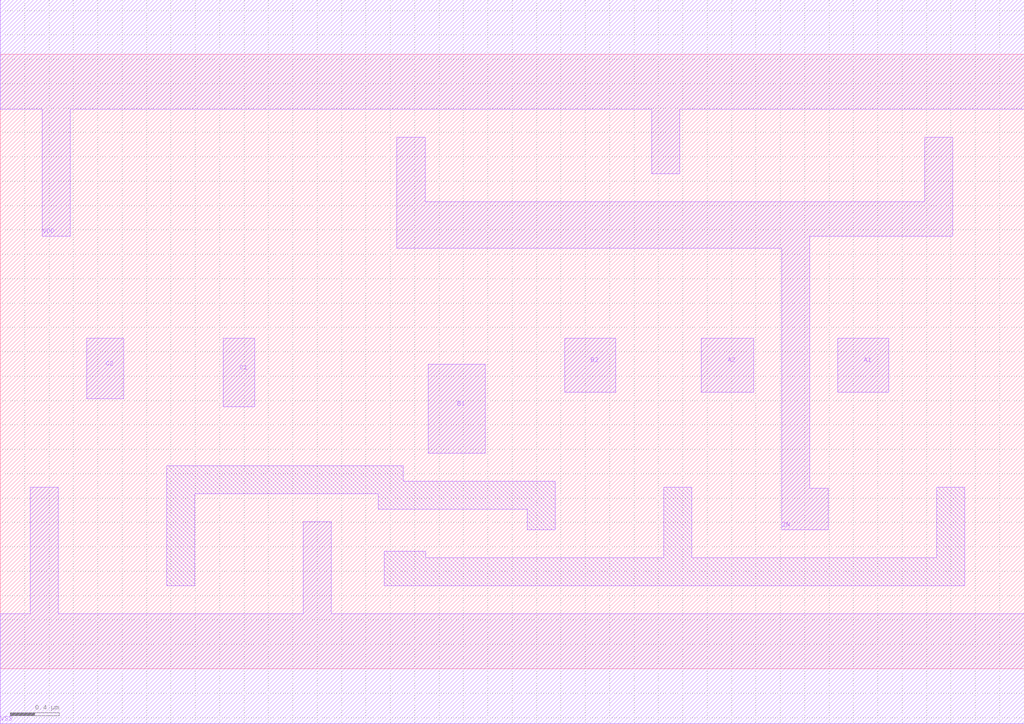
<source format=lef>
# Copyright 2022 GlobalFoundries PDK Authors
#
# Licensed under the Apache License, Version 2.0 (the "License");
# you may not use this file except in compliance with the License.
# You may obtain a copy of the License at
#
#      http://www.apache.org/licenses/LICENSE-2.0
#
# Unless required by applicable law or agreed to in writing, software
# distributed under the License is distributed on an "AS IS" BASIS,
# WITHOUT WARRANTIES OR CONDITIONS OF ANY KIND, either express or implied.
# See the License for the specific language governing permissions and
# limitations under the License.

MACRO gf180mcu_fd_sc_mcu9t5v0__oai222_1
  CLASS core ;
  FOREIGN gf180mcu_fd_sc_mcu9t5v0__oai222_1 0.0 0.0 ;
  ORIGIN 0 0 ;
  SYMMETRY X Y ;
  SITE GF018hv5v_green_sc9 ;
  SIZE 8.4 BY 5.04 ;
  PIN A1
    DIRECTION INPUT ;
    ANTENNAGATEAREA 1.707 ;
    PORT
      LAYER Metal1 ;
        POLYGON 6.87 2.27 7.29 2.27 7.29 2.71 6.87 2.71  ;
    END
  END A1
  PIN A2
    DIRECTION INPUT ;
    ANTENNAGATEAREA 1.707 ;
    PORT
      LAYER Metal1 ;
        POLYGON 5.75 2.27 6.18 2.27 6.18 2.71 5.75 2.71  ;
    END
  END A2
  PIN B1
    DIRECTION INPUT ;
    ANTENNAGATEAREA 1.707 ;
    PORT
      LAYER Metal1 ;
        POLYGON 3.51 1.77 3.98 1.77 3.98 2.5 3.51 2.5  ;
    END
  END B1
  PIN B2
    DIRECTION INPUT ;
    ANTENNAGATEAREA 1.707 ;
    PORT
      LAYER Metal1 ;
        POLYGON 4.63 2.27 5.05 2.27 5.05 2.71 4.63 2.71  ;
    END
  END B2
  PIN C1
    DIRECTION INPUT ;
    ANTENNAGATEAREA 1.707 ;
    PORT
      LAYER Metal1 ;
        POLYGON 1.83 2.15 2.09 2.15 2.09 2.71 1.83 2.71  ;
    END
  END C1
  PIN C2
    DIRECTION INPUT ;
    ANTENNAGATEAREA 1.707 ;
    PORT
      LAYER Metal1 ;
        POLYGON 0.71 2.215 1.015 2.215 1.015 2.71 0.71 2.71  ;
    END
  END C2
  PIN ZN
    DIRECTION OUTPUT ;
    ANTENNADIFFAREA 3.9438 ;
    PORT
      LAYER Metal1 ;
        POLYGON 6.64 3.55 7.815 3.55 7.815 4.36 7.585 4.36 7.585 3.83 4.555 3.83 3.485 3.83 3.485 4.36 3.255 4.36 3.255 3.45 4.555 3.45 6.41 3.45 6.41 1.14 6.795 1.14 6.795 1.48 6.64 1.48  ;
    END
  END ZN
  PIN VDD
    DIRECTION INOUT ;
    USE power ;
    SHAPE ABUTMENT ;
    PORT
      LAYER Metal1 ;
        POLYGON 0 4.59 0.345 4.59 0.345 3.55 0.575 3.55 0.575 4.59 4.555 4.59 5.345 4.59 5.345 4.06 5.575 4.06 5.575 4.59 7.915 4.59 8.4 4.59 8.4 5.49 7.915 5.49 4.555 5.49 0 5.49  ;
    END
  END VDD
  PIN VSS
    DIRECTION INOUT ;
    USE ground ;
    SHAPE ABUTMENT ;
    PORT
      LAYER Metal1 ;
        POLYGON 0 -0.45 8.4 -0.45 8.4 0.45 2.715 0.45 2.715 1.205 2.485 1.205 2.485 0.45 0.475 0.45 0.475 1.49 0.245 1.49 0.245 0.45 0 0.45  ;
    END
  END VSS
  OBS
      LAYER Metal1 ;
        POLYGON 1.365 0.68 1.595 0.68 1.595 1.435 3.1 1.435 3.1 1.31 4.325 1.31 4.325 1.14 4.555 1.14 4.555 1.54 3.305 1.54 3.305 1.665 1.365 1.665  ;
        POLYGON 3.15 0.68 7.915 0.68 7.915 1.49 7.685 1.49 7.685 0.91 5.675 0.91 5.675 1.49 5.445 1.49 5.445 0.91 3.49 0.91 3.49 0.965 3.15 0.965  ;
  END
END gf180mcu_fd_sc_mcu9t5v0__oai222_1

</source>
